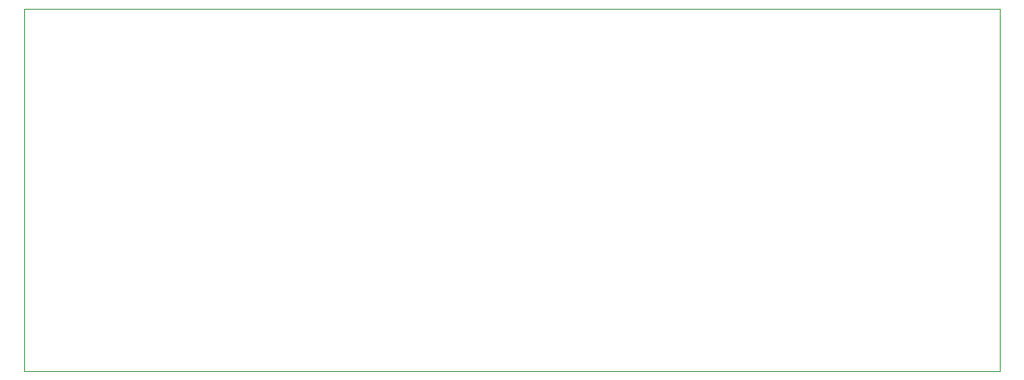
<source format=gko>
G75*
%MOIN*%
%OFA0B0*%
%FSLAX24Y24*%
%IPPOS*%
%LPD*%
%AMOC8*
5,1,8,0,0,1.08239X$1,22.5*
%
%ADD10C,0.0000*%
D10*
X000180Y000180D02*
X000180Y015176D01*
X040550Y015176D01*
X040550Y000180D01*
X000180Y000180D01*
M02*

</source>
